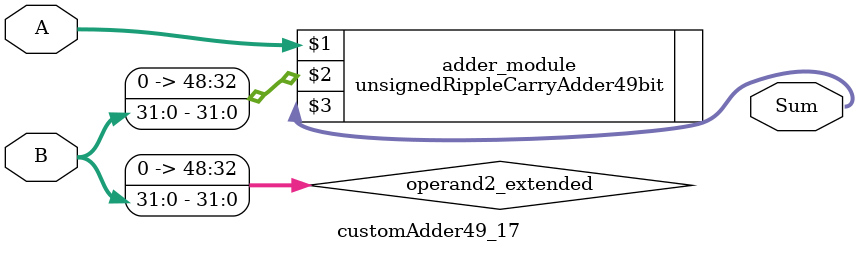
<source format=v>
module customAdder49_17(
                        input [48 : 0] A,
                        input [31 : 0] B,
                        
                        output [49 : 0] Sum
                );

        wire [48 : 0] operand2_extended;
        
        assign operand2_extended =  {17'b0, B};
        
        unsignedRippleCarryAdder49bit adder_module(
            A,
            operand2_extended,
            Sum
        );
        
        endmodule
        
</source>
